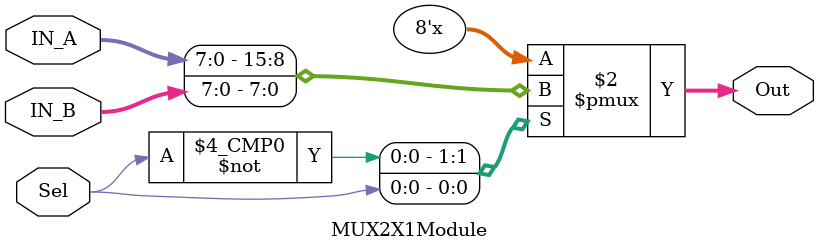
<source format=sv>
module MUX2X1Module #(parameter WIDTH = 8)(

    input [WIDTH-1 : 0] IN_A,
    input [WIDTH-1 : 0] IN_B,
    input               Sel,
    output reg [WIDTH-1 : 0] Out
);

    always @(*) begin
    case (Sel)

        1'b0: begin

            Out <= IN_A;

        end

        1'b1: begin

            Out <= IN_B;

        end

        default: begin

            Out <= {WIDTH{1'bx}};

        end

    endcase
    end

endmodule

</source>
